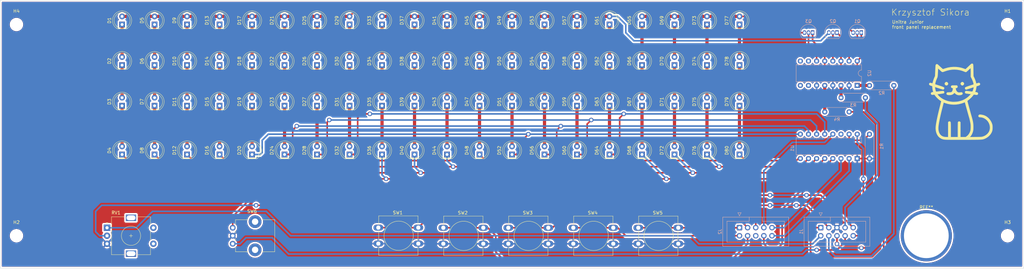
<source format=kicad_pcb>
(kicad_pcb (version 20211014) (generator pcbnew)
  (layers (0 "F.Cu" signal) (31 "B.Cu" signal) (34 "B.Paste" user) (35 "F.Paste" user) (36 "B.SilkS" user "B.Silkscreen") (37 "F.SilkS" user "F.Silkscreen") (38 "B.Mask" user) (39 "F.Mask" user) (44 "Edge.Cuts" user))
  (net 0 "")
  (net 1 "Net-(D1-Pad1)")
  (net 2 "Net-(D1-Pad2)")
  (net 3 "Net-(D2-Pad1)")
  (net 4 "Net-(D3-Pad1)")
  (net 5 "Net-(D36-Pad1)")
  (net 6 "Net-(D5-Pad1)")
  (net 7 "Net-(D6-Pad1)")
  (net 8 "Net-(D7-Pad1)")
  (net 9 "Net-(D40-Pad1)")
  (net 10 "Net-(D10-Pad2)")
  (net 11 "Net-(D10-Pad1)")
  (net 12 "Net-(D11-Pad1)")
  (net 13 "Net-(D12-Pad1)")
  (net 14 "Net-(D13-Pad1)")
  (net 15 "Net-(D14-Pad1)")
  (net 16 "Net-(D15-Pad1)")
  (net 17 "Net-(D16-Pad1)")
  (net 18 "Net-(D17-Pad1)")
  (net 19 "Net-(D18-Pad1)")
  (net 20 "Net-(D19-Pad1)")
  (net 21 "Net-(D20-Pad1)")
  (net 22 "Net-(D21-Pad1)")
  (net 23 "Net-(D22-Pad1)")
  (net 24 "Net-(D23-Pad1)")
  (net 25 "Net-(D24-Pad1)")
  (net 26 "Net-(D25-Pad1)")
  (net 27 "Net-(D26-Pad1)")
  (net 28 "Net-(D27-Pad1)")
  (net 29 "Net-(D28-Pad1)")
  (net 30 "Net-(D29-Pad1)")
  (net 31 "Net-(D30-Pad1)")
  (net 32 "Net-(D31-Pad1)")
  (net 33 "Net-(D32-Pad1)")
  (net 34 "Net-(D33-Pad1)")
  (net 35 "Net-(D33-Pad2)")
  (net 36 "Net-(D34-Pad1)")
  (net 37 "Net-(D35-Pad1)")
  (net 38 "Net-(D37-Pad1)")
  (net 39 "Net-(D38-Pad1)")
  (net 40 "Net-(D39-Pad1)")
  (net 41 "Net-(D41-Pad1)")
  (net 42 "Net-(D42-Pad1)")
  (net 43 "Net-(D43-Pad1)")
  (net 44 "Net-(D45-Pad1)")
  (net 45 "Net-(D46-Pad1)")
  (net 46 "Net-(D47-Pad1)")
  (net 47 "Net-(D49-Pad1)")
  (net 48 "Net-(D50-Pad1)")
  (net 49 "Net-(D51-Pad1)")
  (net 50 "Net-(D53-Pad1)")
  (net 51 "Net-(D54-Pad1)")
  (net 52 "Net-(D55-Pad1)")
  (net 53 "Net-(D57-Pad1)")
  (net 54 "Net-(D58-Pad1)")
  (net 55 "Net-(D59-Pad1)")
  (net 56 "Net-(D61-Pad1)")
  (net 57 "Net-(D62-Pad1)")
  (net 58 "Net-(D63-Pad1)")
  (net 59 "Net-(D65-Pad1)")
  (net 60 "Net-(D65-Pad2)")
  (net 61 "Net-(D66-Pad1)")
  (net 62 "Net-(D67-Pad1)")
  (net 63 "Net-(D69-Pad1)")
  (net 64 "Net-(D70-Pad1)")
  (net 65 "Net-(D71-Pad1)")
  (net 66 "Net-(D73-Pad1)")
  (net 67 "Net-(D74-Pad1)")
  (net 68 "Net-(D75-Pad1)")
  (net 69 "Net-(D77-Pad1)")
  (net 70 "Net-(D78-Pad1)")
  (net 71 "Net-(D79-Pad1)")
  (net 72 "+9V")
  (net 73 "AUDIO_L")
  (net 74 "AUDIO_AMP")
  (net 75 "transistor0")
  (net 76 "GND")
  (net 77 "transistor2")
  (net 78 "transistor1")
  (net 79 "encoderB")
  (net 80 "encoderA")
  (net 81 "+5V")
  (net 82 "switch4")
  (net 83 "switch3")
  (net 84 "switch2")
  (net 85 "switch1")
  (net 86 "switch0")
  (net 88 "OE(ED2)")
  (net 89 "LE(ED1)")
  (net 90 "CLK")
  (net 91 "SDI")
  (net 92 "Net-(Q1-Pad2)")
  (net 93 "Net-(Q2-Pad2)")
  (net 94 "Net-(Q3-Pad2)")
  (net 95 "Net-(R1-Pad1)")
  (net 96 "Net-(R2-Pad1)")
  (net 97 "Net-(R3-Pad1)")
  (net 98 "Net-(R4-Pad1)")
  (footprint "LED_THT:LED_D5.0mm" (layer "F.Cu") (at 149.86 116.84 90)
    (fp_text reference "D30")
    (fp_text value "LED")
  )
  (footprint "LED_THT:LED_D5.0mm" (layer "F.Cu") (at 210.82 129.54 90)
    (fp_text reference "D55")
    (fp_text value "LED")
  )
  (footprint "LED_THT:LED_D5.0mm" (layer "F.Cu") (at 241.3 104.14 90)
    (fp_text reference "D65")
    (fp_text value "LED")
  )
  (footprint "LED_THT:LED_D5.0mm" (layer "F.Cu") (at 190.5 129.54 90)
    (fp_text reference "D47")
    (fp_text value "LED")
  )
  (footprint "LED_THT:LED_D5.0mm" (layer "F.Cu") (at 78.74 116.84 90)
    (fp_text reference "D2")
    (fp_text value "LED")
  )
  (footprint "LED_THT:LED_D5.0mm" (layer "F.Cu") (at 149.86 129.54 90)
    (fp_text reference "D31")
    (fp_text value "LED")
  )
  (footprint "LED_THT:LED_D5.0mm" (layer "F.Cu") (at 210.82 104.14 90)
    (fp_text reference "D53")
    (fp_text value "LED")
  )
  (footprint "LED_THT:LED_D5.0mm" (layer "F.Cu") (at 180.34 144.78 90)
    (fp_text reference "D44")
    (fp_text value "LED")
  )
  (footprint "MountingHole:MountingHole_3.2mm_M3" (layer "F.Cu") (at 45.72 104.14)
    (fp_text reference "H4")
    (fp_text value "MountingHole")
  )
  (footprint "LED_THT:LED_D5.0mm" (layer "F.Cu") (at 109.22 104.14 90)
    (fp_text reference "D13")
    (fp_text value "LED")
  )
  (footprint "Button_Switch_THT:SW_PUSH-12mm" (layer "F.Cu") (at 158.86 167.64)
    (fp_text reference "SW1")
    (fp_text value "SW_MEC_5G")
  )
  (footprint "LOGO" (layer "F.Cu") (at 340.995 128.27)
    (fp_text reference "G***" hide)
    (fp_text value "LOGO" hide)
  )
  (footprint "LED_THT:LED_D5.0mm" (layer "F.Cu") (at 88.9 144.78 90)
    (fp_text reference "D8")
    (fp_text value "LED")
  )
  (footprint "LED_THT:LED_D5.0mm" (layer "F.Cu") (at 180.34 116.84 90)
    (fp_text reference "D42")
    (fp_text value "LED")
  )
  (footprint "LED_THT:LED_D5.0mm" (layer "F.Cu") (at 160.02 129.54 90)
    (fp_text reference "D35")
    (fp_text value "LED")
  )
  (footprint "LED_THT:LED_D5.0mm" (layer "F.Cu") (at 160.02 116.84 90)
    (fp_text reference "D34")
    (fp_text value "LED")
  )
  (footprint "LED_THT:LED_D5.0mm" (layer "F.Cu") (at 200.66 129.54 90)
    (fp_text reference "D51")
    (fp_text value "LED")
  )
  (footprint "LED_THT:LED_D5.0mm" (layer "F.Cu") (at 190.5 104.14 90)
    (fp_text reference "D45")
    (fp_text value "LED")
  )
  (footprint "MountingHole:MountingHole_3.2mm_M3" (layer "F.Cu") (at 45.72 170.18)
    (fp_text reference "H2")
    (fp_text value "MountingHole")
  )
  (footprint "MountingHole:MountingHole_6mm" (layer "F.Cu") (at 330.2 170.18)
    (fp_text reference "REF**")
    (fp_text value "MountingHole_6mm")
  )
  (footprint "LED_THT:LED_D5.0mm" (layer "F.Cu") (at 251.46 104.14 90)
    (fp_text reference "D69")
    (fp_text value "LED")
  )
  (footprint "Button_Switch_THT:SW_PUSH-12mm" (layer "F.Cu") (at 219.82 167.68)
    (fp_text reference "SW4")
    (fp_text value "SW_MEC_5G")
  )
  (footprint "LED_THT:LED_D5.0mm" (layer "F.Cu") (at 119.38 129.54 90)
    (fp_text reference "D19")
    (fp_text value "LED")
  )
  (footprint "LED_THT:LED_D5.0mm" (layer "F.Cu") (at 78.74 129.54 90)
    (fp_text reference "D3")
    (fp_text value "LED")
  )
  (footprint "LED_THT:LED_D5.0mm" (layer "F.Cu") (at 78.74 104.14 90)
    (fp_text reference "D1")
    (fp_text value "LED")
  )
  (footprint "LED_THT:LED_D5.0mm" (layer "F.Cu") (at 220.98 129.54 90)
    (fp_text reference "D59")
    (fp_text value "LED")
  )
  (footprint "LED_THT:LED_D5.0mm" (layer "F.Cu") (at 210.82 116.84 90)
    (fp_text reference "D54")
    (fp_text value "LED")
  )
  (footprint "LED_THT:LED_D5.0mm" (layer "F.Cu") (at 139.7 116.84 90)
    (fp_text reference "D26")
    (fp_text value "LED")
  )
  (footprint "LED_THT:LED_D5.0mm" (layer "F.Cu") (at 190.5 144.78 90)
    (fp_text reference "D48")
    (fp_text value "LED")
  )
  (footprint "MountingHole:MountingHole_3.2mm_M3" (layer "F.Cu") (at 355.6 104.14)
    (fp_text reference "H1")
    (fp_text value "MountingHole")
  )
  (footprint "LED_THT:LED_D5.0mm" (layer "F.Cu") (at 119.38 104.14 90)
    (fp_text reference "D17")
    (fp_text value "LED")
  )
  (footprint "LED_THT:LED_D5.0mm" (layer "F.Cu") (at 170.18 116.84 90)
    (fp_text reference "D38")
    (fp_text value "LED")
  )
  (footprint "LED_THT:LED_D5.0mm" (layer "F.Cu") (at 261.62 144.78 90)
    (fp_text reference "D76")
    (fp_text value "LED")
  )
  (footprint "LED_THT:LED_D5.0mm" (layer "F.Cu") (at 180.34 129.54 90)
    (fp_text reference "D43")
    (fp_text value "LED")
  )
  (footprint "LED_THT:LED_D5.0mm" (layer "F.Cu") (at 271.78 116.84 90)
    (fp_text reference "D78")
    (fp_text value "LED")
  )
  (footprint "LED_THT:LED_D5.0mm" (layer "F.Cu") (at 109.22 129.54 90)
    (fp_text reference "D15")
    (fp_text value "LED")
  )
  (footprint "LED_THT:LED_D5.0mm" (layer "F.Cu") (at 88.9 116.84 90)
    (fp_text reference "D6")
    (fp_text value "LED")
  )
  (footprint "LED_THT:LED_D5.0mm" (layer "F.Cu") (at 119.38 116.84 90)
    (fp_text reference "D18")
    (fp_text value "LED")
  )
  (footprint "LED_THT:LED_D5.0mm" (layer "F.Cu") (at 109.22 116.84 90)
    (fp_text reference "D14")
    (fp_text value "LED")
  )
  (footprint "LED_THT:LED_D5.0mm" (layer "F.Cu") (at 231.14 104.14 90)
    (fp_text reference "D61")
    (fp_text value "LED")
  )
  (footprint "MountingHole:MountingHole_3.2mm_M3" (layer "F.Cu") (at 355.6 170.18)
    (fp_text reference "H3")
    (fp_text value "MountingHole")
  )
  (footprint "LED_THT:LED_D5.0mm" (layer "F.Cu") (at 200.66 104.14 90)
    (fp_text reference "D49")
    (fp_text value "LED")
  )
  (footprint "LED_THT:LED_D5.0mm" (layer "F.Cu") (at 129.54 129.54 90)
    (fp_text reference "D23")
    (fp_text value "LED")
  )
  (footprint "LED_THT:LED_D5.0mm" (layer "F.Cu") (at 149.86 144.78 90)
    (fp_text reference "D32")
    (fp_text value "LED")
  )
  (footprint "LED_THT:LED_D5.0mm" (layer "F.Cu") (at 241.3 144.78 90)
    (fp_text reference "D68")
    (fp_text value "LED")
  )
  (footprint "LED_THT:LED_D5.0mm" (layer "F.Cu") (at 220.98 104.14 90)
    (fp_text reference "D57")
    (fp_text value "LED")
  )
  (footprint "LED_THT:LED_D5.0mm" (layer "F.Cu") (at 241.3 116.84 90)
    (fp_text reference "D66")
    (fp_text value "LED")
  )
  (footprint "LED_THT:LED_D5.0mm" (layer "F.Cu") (at 129.54 104.14 90)
    (fp_text reference "D21")
    (fp_text value "LED")
  )
  (footprint "LED_THT:LED_D5.0mm" (layer "F.Cu") (at 261.62 116.84 90)
    (fp_text reference "D74")
    (fp_text value "LED")
  )
  (footprint "LED_THT:LED_D5.0mm" (layer "F.Cu") (at 99.06 104.14 90)
    (fp_text reference "D9")
    (fp_text value "LED")
  )
  (footprint "LED_THT:LED_D5.0mm" (layer "F.Cu") (at 99.06 144.78 90)
    (fp_text reference "D12")
    (fp_text value "LED")
  )
  (footprint "LED_THT:LED_D5.0mm" (layer "F.Cu") (at 78.74 144.78 90)
    (fp_text reference "D4")
    (fp_text value "LED")
  )
  (footprint "LED_THT:LED_D5.0mm" (layer "F.Cu") (at 119.38 144.78 90)
    (fp_text reference "D20")
    (fp_text value "LED")
  )
  (footprint "Potentiometer_THT:Potentiometer_Alps_RK09K_Single_Vertical" (layer "F.Cu") (at 113.33 172.68)
    (fp_text reference "SW6")
    (fp_text value "RotaryEncoder")
  )
  (footprint "LED_THT:LED_D5.0mm" (layer "F.Cu") (at 149.86 104.14 90)
    (fp_text reference "D29")
    (fp_text value "LED")
  )
  (footprint "LED_THT:LED_D5.0mm" (layer "F.Cu") (at 271.78 104.14 90)
    (fp_text reference "D77")
    (fp_text value "LED")
  )
  (footprint "LED_THT:LED_D5.0mm" (layer "F.Cu") (at 129.54 116.84 90)
    (fp_text reference "D22")
    (fp_text value "LED")
  )
  (footprint "LED_THT:LED_D5.0mm" (layer "F.Cu") (at 271.78 144.78 90)
    (fp_text reference "D80")
    (fp_text value "LED")
  )
  (footprint "LED_THT:LED_D5.0mm" (layer "F.Cu") (at 220.98 144.78 90)
    (fp_text reference "D60")
    (fp_text value "LED")
  )
  (footprint "Button_Switch_THT:SW_PUSH-12mm" (layer "F.Cu") (at 240.14 167.68)
    (fp_text reference "SW5")
    (fp_text value "SW_MEC_5G")
  )
  (footprint "Button_Switch_THT:SW_PUSH-12mm" (layer "F.Cu") (at 179.18 167.68)
    (fp_text reference "SW2")
    (fp_text value "SW_MEC_5G")
  )
  (footprint "LED_THT:LED_D5.0mm" (layer "F.Cu") (at 261.62 129.54 90)
    (fp_text reference "D75")
    (fp_text value "LED")
  )
  (footprint "LED_THT:LED_D5.0mm" (layer "F.Cu") (at 170.18 144.78 90)
    (fp_text reference "D40")
    (fp_text value "LED")
  )
  (footprint "LED_THT:LED_D5.0mm" (layer "F.Cu") (at 180.34 104.14 90)
    (fp_text reference "D41")
    (fp_text value "LED")
  )
  (footprint "LED_THT:LED_D5.0mm" (layer "F.Cu") (at 160.02 144.78 90)
    (fp_text reference "D36")
    (fp_text value "LED")
  )
  (footprint "LED_THT:LED_D5.0mm" (layer "F.Cu") (at 261.62 104.14 90)
    (fp_text reference "D73")
    (fp_text value "LED")
  )
  (footprint "LED_THT:LED_D5.0mm" (layer "F.Cu") (at 231.14 116.84 90)
    (fp_text reference "D62")
    (fp_text value "LED")
  )
  (footprint "LED_THT:LED_D5.0mm" (layer "F.Cu") (at 139.7 129.54 90)
    (fp_text reference "D27")
    (fp_text value "LED")
  )
  (footprint "LED_THT:LED_D5.0mm" (layer "F.Cu") (at 200.66 144.78 90)
    (fp_text reference "D52")
    (fp_text value "LED")
  )
  (footprint "LED_THT:LED_D5.0mm" (layer "F.Cu") (at 231.14 129.54 90)
    (fp_text reference "D63")
    (fp_text value "LED")
  )
  (footprint "LED_THT:LED_D5.0mm" (layer "F.Cu") (at 139.7 104.14 90)
    (fp_text reference "D25")
    (fp_text value "LED")
  )
  (footprint "LED_THT:LED_D5.0mm" (layer "F.Cu") (at 139.7 144.78 90)
    (fp_text reference "D28")
    (fp_text value "LED")
  )
  (footprint "LED_THT:LED_D5.0mm" (layer "F.Cu") (at 88.9 129.54 90)
    (fp_text reference "D7")
    (fp_text value "LED")
  )
  (footprint "LED_THT:LED_D5.0mm" (layer "F.Cu") (at 190.5 116.84 90)
    (fp_text reference "D46")
    (fp_text value "LED")
  )
  (footprint "Rotary_Encoder:RotaryEncoder_Alps_EC11E-Switch_Vertical_H20mm" (layer "F.Cu") (at 74.03 167.68)
    (fp_text reference "RV1")
    (fp_text value "R_Potentiometer")
  )
  (footprint "LED_THT:LED_D5.0mm" (layer "F.Cu") (at 99.06 116.84 90)
    (fp_text reference "D10")
    (fp_text value "LED")
  )
  (footprint "Button_Switch_THT:SW_PUSH-12mm" (layer "F.Cu") (at 199.5 167.68)
    (fp_text reference "SW3")
    (fp_text value "SW_MEC_5G")
  )
  (footprint "LED_THT:LED_D5.0mm" (layer "F.Cu") (at 170.18 129.54 90)
    (fp_text reference "D39")
    (fp_text value "LED")
  )
  (footprint "LED_THT:LED_D5.0mm" (layer "F.Cu") (at 99.06 129.54 90)
    (fp_text reference "D11")
    (fp_text value "LED")
  )
  (footprint "LED_THT:LED_D5.0mm" (layer "F.Cu") (at 88.9 104.14 90)
    (fp_text reference "D5")
    (fp_text value "LED")
  )
  (footprint "LED_THT:LED_D5.0mm" (layer "F.Cu") (at 251.46 144.78 90)
    (fp_text reference "D72")
    (fp_text value "LED")
  )
  (footprint "LED_THT:LED_D5.0mm" (layer "F.Cu") (at 160.02 104.14 90)
    (fp_text reference "D33")
    (fp_text value "LED")
  )
  (footprint "LED_THT:LED_D5.0mm" (layer "F.Cu") (at 241.3 129.54 90)
    (fp_text reference "D67")
    (fp_text value "LED")
  )
  (footprint "LED_THT:LED_D5.0mm" (layer "F.Cu") (at 251.46 129.54 90)
    (fp_text reference "D71")
    (fp_text value "LED")
  )
  (footprint "LED_THT:LED_D5.0mm" (layer "F.Cu") (at 251.46 116.84 90)
    (fp_text reference "D70")
    (fp_text value "LED")
  )
  (footprint "LED_THT:LED_D5.0mm" (layer "F.Cu") (at 170.18 104.14 90)
    (fp_text reference "D37")
    (fp_text value "LED")
  )
  (footprint "LED_THT:LED_D5.0mm" (layer "F.Cu") (at 109.22 144.78 90)
    (fp_text reference "D16")
    (fp_text value "LED")
  )
  (footprint "LED_THT:LED_D5.0mm" (layer "F.Cu") (at 271.78 129.54 90)
    (fp_text reference "D79")
    (fp_text value "LED")
  )
  (footprint "LED_THT:LED_D5.0mm" (layer "F.Cu") (at 210.82 144.78 90)
    (fp_text reference "D56")
    (fp_text value "LED")
  )
  (footprint "LED_THT:LED_D5.0mm" (layer "F.Cu") (at 220.98 116.84 90)
    (fp_text reference "D58")
    (fp_text value "LED")
  )
  (footprint "LED_THT:LED_D5.0mm" (layer "F.Cu") (at 231.14 144.78 90)
    (fp_text reference "D64")
    (fp_text value "LED")
  )
  (footprint "LED_THT:LED_D5.0mm" (layer "F.Cu") (at 129.54 144.78 90)
    (fp_text reference "D24")
    (fp_text value "LED")
  )
  (footprint "LED_THT:LED_D5.0mm" (layer "F.Cu") (at 200.66 116.84 90)
    (fp_text reference "D50")
    (fp_text value "LED")
  )
  (footprint "Resistor_THT:R_Axial_DIN0207_L6.3mm_D2.5mm_P7.62mm_Horizontal" (layer "B.Cu") (at 312.42 138.43 -90)
    (fp_text reference "R1")
    (fp_text value "1.5k")
  )
  (footprint "Resistor_THT:R_Axial_DIN0207_L6.3mm_D2.5mm_P7.62mm_Horizontal" (layer "B.Cu") (at 312.42 123.19)
    (fp_text reference "R2")
    (fp_text value "1k")
  )
  (footprint "Connector_IDC:IDC-Header_2x05_P2.54mm_Vertical" (layer "B.Cu") (at 271.78 167.64 -90)
    (fp_text reference "J2")
    (fp_text value "Conn_02x05_Counter_Clockwise")
  )
  (footprint "Package_TO_SOT_THT:TO-92_Inline" (layer "B.Cu") (at 302.26 106.68 180)
    (fp_text reference "Q2")
    (fp_text value "BC547")
  )
  (footprint "Package_TO_SOT_THT:TO-92_Inline" (layer "B.Cu") (at 294.64 106.68 180)
    (fp_text reference "Q3")
    (fp_text value "BC547")
  )
  (footprint "Resistor_THT:R_Axial_DIN0207_L6.3mm_D2.5mm_P7.62mm_Horizontal" (layer "B.Cu") (at 303.53 127)
    (fp_text reference "R3")
    (fp_text value "1k")
  )
  (footprint "Connector_IDC:IDC-Header_2x05_P2.54mm_Vertical" (layer "B.Cu") (at 297.18 167.64 -90)
    (fp_text reference "J1")
    (fp_text value "Conn_02x05_Counter_Clockwise")
  )
  (footprint "Resistor_THT:R_Axial_DIN0207_L6.3mm_D2.5mm_P7.62mm_Horizontal" (layer "B.Cu") (at 298.45 131.445)
    (fp_text reference "R4")
    (fp_text value "1k")
  )
  (footprint "Package_DIP:DIP-16_W7.62mm" (layer "B.Cu") (at 308.595 146.04 90)
    (fp_text reference "U1")
    (fp_text value "TLC5916IN")
  )
  (footprint "Package_TO_SOT_THT:TO-92_Inline" (layer "B.Cu") (at 309.88 106.68 180)
    (fp_text reference "Q1")
    (fp_text value "BC547")
  )
  (footprint "Package_DIP:DIP-16_W7.62mm" (layer "B.Cu") (at 308.595 123.18 90)
    (fp_text reference "U2")
    (fp_text value "LTV-847")
  )
  (gr_rect (start 40.64 96.52) (end 360.68 180.34) (layer "Edge.Cuts") (width 0.1) (fill none))
  (gr_text "Unitra Junior \nfront panel replacement" (at 319.405 104.14) (layer "F.SilkS") (effects (font (size 1 1)) (justify left)))
  (gr_text "Krzysztof Sikora" (at 331.47 100.33) (layer "F.SilkS") (effects (font (size 2 2))))
  (segment (start 78.74 104.14) (end 78.74 114.3) (width 1) (layer "F.Cu") (net 1))
  (segment (start 129.54 101.6) (end 119.38 101.6) (width 1) (layer "F.Cu") (net 2))
  (segment (start 307.34 106.68) (end 299.72 99.06) (width 0.5) (layer "F.Cu") (net 2))
  (segment (start 109.22 101.6) (end 119.38 101.6) (width 1) (layer "F.Cu") (net 2))
  (segment (start 109.22 101.6) (end 99.06 101.6) (width 1) (layer "F.Cu") (net 2))
  (segment (start 299.72 99.06) (end 152.4 99.06) (width 0.5) (layer "F.Cu") (net 2))
  (segment (start 88.9 101.6) (end 78.74 101.6) (width 1) (layer "F.Cu") (net 2))
  (segment (start 129.54 101.6) (end 139.7 101.6) (width 1) (layer "F.Cu") (net 2))
  (segment (start 99.06 101.6) (end 88.9 101.6) (width 1) (layer "F.Cu") (net 2))
  (segment (start 149.86 101.6) (end 139.7 101.6) (width 1) (layer "F.Cu") (net 2))
  (segment (start 152.4 99.06) (end 149.86 101.6) (width 0.5) (layer "F.Cu") (net 2))
  (segment (start 78.74 127) (end 78.74 116.84) (width 1) (layer "F.Cu") (net 3))
  (segment (start 78.74 142.24) (end 78.74 129.54) (width 1) (layer "F.Cu") (net 4))
  (segment (start 292.075 152.4) (end 248.92 152.4) (width 0.5) (layer "F.Cu") (net 5))
  (segment (start 298.435 146.04) (end 292.075 152.4) (width 0.5) (layer "F.Cu") (net 5))
  (segment (start 86.36 152.4) (end 78.74 144.78) (width 0.5) (layer "F.Cu") (net 5))
  (segment (start 161.29 152.4) (end 86.36 152.4) (width 0.5) (layer "F.Cu") (net 5))
  (segment (start 248.92 152.4) (end 161.29 152.4) (width 0.5) (layer "F.Cu") (net 5))
  (via (at 248.92 152.4) (size 1.4) (drill 0.8) (layers "F.Cu" "B.Cu") (net 5))
  (via (at 161.29 152.4) (size 1.4) (drill 0.8) (layers "F.Cu" "B.Cu") (net 5))
  (segment (start 160.02 144.78) (end 160.02 151.13) (width 0.5) (layer "B.Cu") (net 5))
  (segment (start 160.02 151.13) (end 161.29 152.4) (width 0.5) (layer "B.Cu") (net 5))
  (segment (start 241.3 144.78) (end 248.92 152.4) (width 0.5) (layer "B.Cu") (net 5))
  (segment (start 88.9 104.14) (end 88.9 114.3) (width 1) (layer "F.Cu") (net 6))
  (segment (start 88.9 127) (end 88.9 116.84) (width 1) (layer "F.Cu") (net 7))
  (segment (start 88.9 142.24) (end 88.9 129.54) (width 1) (layer "F.Cu") (net 8))
  (segment (start 172.085 150.495) (end 94.615 150.495) (width 0.5) (layer "F.Cu") (net 9))
  (segment (start 94.615 150.495) (end 88.9 144.78) (width 0.5) (layer "F.Cu") (net 9))
  (segment (start 291.44 150.495) (end 257.175 150.495) (width 0.5) (layer "F.Cu") (net 9))
  (segment (start 295.895 146.04) (end 291.44 150.495) (width 0.5) (layer "F.Cu") (net 9))
  (segment (start 257.175 150.495) (end 172.085 150.495) (width 0.5) (layer "F.Cu") (net 9))
  (via (at 172.085 150.495) (size 1.4) (drill 0.8) (layers "F.Cu" "B.Cu") (net 9))
  (via (at 257.175 150.495) (size 1.4) (drill 0.8) (layers "F.Cu" "B.Cu") (net 9))
  (segment (start 170.18 148.59) (end 172.085 150.495) (width 0.5) (layer "B.Cu") (net 9))
  (segment (start 170.18 144.78) (end 170.18 148.59) (width 0.5) (layer "B.Cu") (net 9))
  (segment (start 251.46 144.78) (end 257.175 150.495) (width 0.5) (layer "B.Cu") (net 9))
  (segment (start 99.06 104.14) (end 99.06 114.3) (width 1) (layer "F.Cu") (net 10))
  (segment (start 99.06 127) (end 99.06 116.84) (width 1) (layer "F.Cu") (net 11))
  (segment (start 99.06 142.24) (end 99.06 129.54) (width 1) (layer "F.Cu") (net 12))
  (segment (start 290.83 148.565) (end 290.83 148.59) (width 0.5) (layer "F.Cu") (net 13))
  (segment (start 293.355 146.04) (end 290.83 148.565) (width 0.5) (layer "F.Cu") (net 13))
  (segment (start 290.83 148.59) (end 265.43 148.59) (width 0.5) (layer "F.Cu") (net 13))
  (segment (start 182.245 148.59) (end 102.87 148.59) (width 0.5) (layer "F.Cu") (net 13))
  (segment (start 102.87 148.59) (end 99.06 144.78) (width 0.5) (layer "F.Cu") (net 13))
  (segment (start 265.43 148.59) (end 182.245 148.59) (width 0.5) (layer "F.Cu") (net 13))
  (via (at 182.245 148.59) (size 1.4) (drill 0.8) (layers "F.Cu" "B.Cu") (net 13))
  (via (at 265.43 148.59) (size 1.4) (drill 0.8) (layers "F.Cu" "B.Cu") (net 13))
  (segment (start 261.62 144.78) (end 265.43 148.59) (width 0.5) (layer "B.Cu") (net 13))
  (segment (start 180.34 146.685) (end 182.245 148.59) (width 0.5) (layer "B.Cu") (net 13))
  (segment (start 180.34 144.78) (end 180.34 146.685) (width 0.5) (layer "B.Cu") (net 13))
  (segment (start 109.22 114.3) (end 109.22 104.14) (width 1) (layer "F.Cu") (net 14))
  (segment (start 109.22 127) (end 109.22 116.84) (width 1) (layer "F.Cu") (net 15))
  (segment (start 109.22 142.24) (end 109.22 129.54) (width 1) (layer "F.Cu") (net 16))
  (segment (start 271.78 144.78) (end 273.685 146.685) (width 0.5) (layer "F.Cu") (net 17))
  (segment (start 111.125 146.685) (end 109.22 144.78) (width 0.5) (layer "F.Cu") (net 17))
  (segment (start 290.815 146.04) (end 290.205 146.04) (width 0.5) (layer "F.Cu") (net 17))
  (segment (start 190.5 144.78) (end 192.405 146.685) (width 0.5) (layer "F.Cu") (net 17))
  (segment (start 290.205 146.04) (end 289.56 146.685) (width 0.5) (layer "F.Cu") (net 17))
  (segment (start 192.405 146.685) (end 111.125 146.685) (width 0.5) (layer "F.Cu") (net 17))
  (segment (start 273.685 146.685) (end 192.405 146.685) (width 0.5) (layer "F.Cu") (net 17))
  (segment (start 289.56 146.685) (end 273.685 146.685) (width 0.5) (layer "F.Cu") (net 17))
  (segment (start 119.38 104.14) (end 119.38 114.3) (width 1) (layer "F.Cu") (net 18))
  (segment (start 119.38 127) (end 119.38 116.84) (width 1) (layer "F.Cu") (net 19))
  (segment (start 119.38 142.24) (end 119.38 129.54) (width 1) (layer "F.Cu") (net 20))
  (segment (start 201.93 144.78) (end 204.47 142.24) (width 0.5) (layer "F.Cu") (net 21))
  (segment (start 204.47 139.7) (end 205.75 138.42) (width 0.5) (layer "F.Cu") (net 21))
  (segment (start 204.47 142.24) (end 204.47 139.7) (width 0.5) (layer "F.Cu") (net 21))
  (segment (start 200.66 144.78) (end 201.93 144.78) (width 0.5) (layer "F.Cu") (net 21))
  (via (at 205.75 138.42) (size 1.4) (drill 0.8) (layers "F.Cu" "B.Cu") (net 21))
  (segment (start 290.815 138.42) (end 205.75 138.42) (width 0.5) (layer "B.Cu") (net 21))
  (segment (start 121.92 144.78) (end 122.555 144.145) (width 0.5) (layer "B.Cu") (net 21))
  (segment (start 205.75 138.42) (end 124.47 138.42) (width 0.5) (layer "B.Cu") (net 21))
  (segment (start 122.555 144.145) (end 122.555 140.335) (width 0.5) (layer "B.Cu") (net 21))
  (segment (start 122.555 140.335) (end 124.47 138.42) (width 0.5) (layer "B.Cu") (net 21))
  (segment (start 119.38 144.78) (end 121.92 144.78) (width 0.5) (layer "B.Cu") (net 21))
  (segment (start 129.54 104.14) (end 129.54 114.3) (width 1) (layer "F.Cu") (net 22))
  (segment (start 129.54 127) (end 129.54 116.84) (width 1) (layer "F.Cu") (net 23))
  (segment (start 129.54 142.24) (end 129.54 129.54) (width 1) (layer "F.Cu") (net 24))
  (segment (start 210.82 144.78) (end 212.725 144.78) (width 0.5) (layer "F.Cu") (net 25))
  (segment (start 132.08 137.16) (end 133.35 135.89) (width 0.5) (layer "F.Cu") (net 25))
  (segment (start 212.725 144.78) (end 214.63 142.875) (width 0.5) (layer "F.Cu") (net 25))
  (segment (start 214.63 142.875) (end 214.63 137.16) (width 0.5) (layer "F.Cu") (net 25))
  (segment (start 130.81 144.78) (end 132.08 143.51) (width 0.5) (layer "F.Cu") (net 25))
  (segment (start 132.08 143.51) (end 132.08 137.16) (width 0.5) (layer "F.Cu") (net 25))
  (segment (start 129.54 144.78) (end 130.81 144.78) (width 0.5) (layer "F.Cu") (net 25))
  (segment (start 214.63 137.16) (end 215.9 135.89) (width 0.5) (layer "F.Cu") (net 25))
  (via (at 215.9 135.89) (size 1.4) (drill 0.8) (layers "F.Cu" "B.Cu") (net 25))
  (via (at 133.35 135.89) (size 1.4) (drill 0.8) (layers "F.Cu" "B.Cu") (net 25))
  (segment (start 293.355 138.42) (end 293.355 137.175) (width 0.5) (layer "B.Cu") (net 25))
  (segment (start 293.37 137.16) (end 292.1 135.89) (width 0.5) (layer "B.Cu") (net 25))
  (segment (start 292.1 135.89) (end 215.9 135.89) (width 0.5) (layer "B.Cu") (net 25))
  (segment (start 215.9 135.89) (end 133.35 135.89) (width 0.5) (layer "B.Cu") (net 25))
  (segment (start 293.355 137.175) (end 293.37 137.16) (width 0.5) (layer "B.Cu") (net 25))
  (segment (start 139.7 104.14) (end 139.7 114.3) (width 1) (layer "F.Cu") (net 26))
  (segment (start 139.7 127) (end 139.7 116.84) (width 1) (layer "F.Cu") (net 27))
  (segment (start 139.7 142.24) (end 139.7 129.54) (width 1) (layer "F.Cu") (net 28))
  (segment (start 224.155 143.51) (end 224.155 135.255) (width 0.5) (layer "F.Cu") (net 29))
  (segment (start 139.7 144.78) (end 141.605 144.78) (width 0.5) (layer "F.Cu") (net 29))
  (segment (start 142.875 143.51) (end 142.875 134.62) (width 0.5) (layer "F.Cu") (net 29))
  (segment (start 220.98 144.78) (end 222.885 144.78) (width 0.5) (layer "F.Cu") (net 29))
  (segment (start 222.885 144.78) (end 224.155 143.51) (width 0.5) (layer "F.Cu") (net 29))
  (segment (start 141.605 144.78) (end 142.875 143.51) (width 0.5) (layer "F.Cu") (net 29))
  (segment (start 142.875 134.62) (end 143.51 133.985) (width 0.5) (layer "F.Cu") (net 29))
  (segment (start 224.155 135.255) (end 225.425 133.985) (width 0.5) (layer "F.Cu") (net 29))
  (via (at 225.425 133.985) (size 1.4) (drill 0.8) (layers "F.Cu" "B.Cu") (net 29))
  (via (at 143.51 133.985) (size 1.4) (drill 0.8) (layers "F.Cu" "B.Cu") (net 29))
  (segment (start 295.895 138.42) (end 295.895 135.875) (width 0.5) (layer "B.Cu") (net 29))
  (segment (start 294.005 133.985) (end 225.425 133.985) (width 0.5) (layer "B.Cu") (net 29))
  (segment (start 225.425 133.985) (end 143.51 133.985) (width 0.5) (layer "B.Cu") (net 29))
  (segment (start 295.895 135.875) (end 294.005 133.985) (width 0.5) (layer "B.Cu") (net 29))
  (segment (start 149.86 104.14) (end 149.86 114.3) (width 1) (layer "F.Cu") (net 30))
  (segment (start 149.86 127) (end 149.86 116.84) (width 1) (layer "F.Cu") (net 31))
  (segment (start 149.86 142.24) (end 149.86 129.54) (width 1) (layer "F.Cu") (net 32))
  (segment (start 152.4 133.35) (end 153.67 132.08) (width 0.5) (layer "F.Cu") (net 33))
  (segment (start 151.13 144.78) (end 152.4 143.51) (width 0.5) (layer "F.Cu") (net 33))
  (segment (start 231.14 144.78) (end 232.41 144.78) (width 0.5) (layer "F.Cu") (net 33))
  (segment (start 153.67 132.08) (end 156.21 132.08) (width 0.5) (layer "F.Cu") (net 33))
  (segment (start 152.4 143.51) (end 152.4 133.35) (width 0.5) (layer "F.Cu") (net 33))
  (segment (start 234.315 133.35) (end 235.585 132.08) (width 0.5) (layer "F.Cu") (net 33))
  (segment (start 234.315 142.875) (end 234.315 133.35) (width 0.5) (layer "F.Cu") (net 33))
  (segment (start 232.41 144.78) (end 234.315 142.875) (width 0.5) (layer "F.Cu") (net 33))
  (segment (start 149.86 144.78) (end 151.13 144.78) (width 0.5) (layer "F.Cu") (net 33))
  (via (at 235.585 132.08) (size 1.4) (drill 0.8) (layers "F.Cu" "B.Cu") (net 33))
  (via (at 156.21 132.08) (size 1.4) (drill 0.8) (layers "F.Cu" "B.Cu") (net 33))
  (segment (start 298.45 134.62) (end 295.91 132.08) (width 0.5) (layer "B.Cu") (net 33))
  (segment (start 234.95 132.08) (end 156.21 132.08) (width 0.5) (layer "B.Cu") (net 33))
  (segment (start 298.435 138.42) (end 298.435 134.635) (width 0.5) (layer "B.Cu") (net 33))
  (segment (start 295.91 132.08) (end 235.585 132.08) (width 0.5) (layer "B.Cu") (net 33))
  (segment (start 235.585 132.08) (end 234.95 132.08) (width 0.5) (layer "B.Cu") (net 33))
  (segment (start 298.435 134.635) (end 298.45 134.62) (width 0.5) (layer "B.Cu") (net 33))
  (segment (start 160.02 104.14) (end 160.02 114.3) (width 1) (layer "F.Cu") (net 34))
  (segment (start 190.5 101.6) (end 180.34 101.6) (width 1) (layer "F.Cu") (net 35))
  (segment (start 200.66 101.6) (end 190.5 101.6) (width 1) (layer "F.Cu") (net 35))
  (segment (start 231.14 101.6) (end 220.98 101.6) (width 1) (layer "F.Cu") (net 35))
  (segment (start 160.02 101.6) (end 170.18 101.6) (width 1) (layer "F.Cu") (net 35))
  (segment (start 210.82 101.6) (end 200.66 101.6) (width 1) (layer "F.Cu") (net 35))
  (segment (start 220.98 101.6) (end 210.82 101.6) (width 1) (layer "F.Cu") (net 35))
  (segment (start 180.34 101.6) (end 170.18 101.6) (width 1) (layer "F.Cu") (net 35))
  (segment (start 238.76 109.22) (end 236.22 106.68) (width 0.5) (layer "B.Cu") (net 35))
  (segment (start 233.68 101.6) (end 231.14 101.6) (width 0.5) (layer "B.Cu") (net 35))
  (segment (start 297.18 109.22) (end 238.76 109.22) (width 0.5) (layer "B.Cu") (net 35))
  (segment (start 236.22 104.14) (end 233.68 101.6) (width 0.5) (layer "B.Cu") (net 35))
  (segment (start 236.22 106.68) (end 236.22 104.14) (width 0.5) (layer "B.Cu") (net 35))
  (segment (start 299.72 106.68) (end 297.18 109.22) (width 0.5) (layer "B.Cu") (net 35))
  (segment (start 160.02 127) (end 160.02 116.84) (width 1) (layer "F.Cu") (net 36))
  (segment (start 160.02 142.24) (end 160.02 129.54) (width 1) (layer "F.Cu") (net 37))
  (segment (start 170.18 104.14) (end 170.18 114.3) (width 1) (layer "F.Cu") (net 38))
  (segment (start 170.18 127) (end 170.18 116.84) (width 1) (layer "F.Cu") (net 39))
  (segment (start 170.18 142.24) (end 170.18 129.54) (width 1) (layer "F.Cu") (net 40))
  (segment (start 180.34 104.14) (end 180.34 114.3) (width 1) (layer "F.Cu") (net 41))
  (segment (start 180.34 127) (end 180.34 116.84) (width 1) (layer "F.Cu") (net 42))
  (segment (start 180.34 142.24) (end 180.34 129.54) (width 1) (layer "F.Cu") (net 43))
  (segment (start 190.5 104.14) (end 190.5 114.3) (width 1) (layer "F.Cu") (net 44))
  (segment (start 190.5 116.84) (end 190.5 127) (width 1) (layer "F.Cu") (net 45))
  (segment (start 190.5 142.24) (end 190.5 129.54) (width 1) (layer "F.Cu") (net 46))
  (segment (start 200.66 104.14) (end 200.66 114.3) (width 1) (layer "F.Cu") (net 47))
  (segment (start 200.66 127) (end 200.66 116.84) (width 1) (layer "F.Cu") (net 48))
  (segment (start 200.66 142.24) (end 200.66 129.54) (width 1) (layer "F.Cu") (net 49))
  (segment (start 210.82 104.14) (end 210.82 114.3) (width 1) (layer "F.Cu") (net 50))
  (segment (start 210.82 127) (end 210.82 116.84) (width 1) (layer "F.Cu") (net 51))
  (segment (start 210.82 142.24) (end 210.82 129.54) (width 1) (layer "F.Cu") (net 52))
  (segment (start 220.98 104.14) (end 220.98 114.3) (width 1) (layer "F.Cu") (net 53))
  (segment (start 220.98 127) (end 220.98 116.84) (width 1) (layer "F.Cu") (net 54))
  (segment (start 220.98 142.24) (end 220.98 129.54) (width 1) (layer "F.Cu") (net 55))
  (segment (start 231.14 104.14) (end 231.14 114.3) (width 1) (layer "F.Cu") (net 56))
  (segment (start 231.14 127) (end 231.14 116.84) (width 1) (layer "F.Cu") (net 57))
  (segment (start 231.14 142.24) (end 231.14 129.54) (width 1) (layer "F.Cu") (net 58))
  (segment (start 241.3 104.14) (end 241.3 114.3) (width 1) (layer "F.Cu") (net 59))
  (segment (start 292.1 106.68) (end 284.48 106.68) (width 0.5) (layer "F.Cu") (net 60))
  (segment (start 279.4 101.6) (end 271.78 101.6) (width 0.5) (layer "F.Cu") (net 60))
  (segment (start 284.48 106.68) (end 279.4 101.6) (width 0.5) (layer "F.Cu") (net 60))
  (segment (start 251.46 101.6) (end 261.62 101.6) (width 1) (layer "F.Cu") (net 60))
  (segment (start 271.78 101.6) (end 261.62 101.6) (width 1) (layer "F.Cu") (net 60))
  (segment (start 241.3 101.6) (end 251.46 101.6) (width 1) (layer "F.Cu") (net 60))
  (segment (start 241.3 127) (end 241.3 116.84) (width 1) (layer "F.Cu") (net 61))
  (segment (start 241.3 142.24) (end 241.3 129.54) (width 1) (layer "F.Cu") (net 62))
  (segment (start 251.46 104.14) (end 251.46 114.3) (width 1) (layer "F.Cu") (net 63))
  (segment (start 251.46 127) (end 251.46 116.84) (width 1) (layer "F.Cu") (net 64))
  (segment (start 251.46 142.24) (end 251.46 129.54) (width 1) (layer "F.Cu") (net 65))
  (segment (start 261.62 104.14) (end 261.62 114.3) (width 1) (layer "F.Cu") (net 66))
  (segment (start 261.62 127) (end 261.62 116.84) (width 1) (layer "F.Cu") (net 67))
  (segment (start 261.62 142.24) (end 261.62 129.54) (width 1) (layer "F.Cu") (net 68))
  (segment (start 271.78 104.14) (end 271.78 114.3) (width 1) (layer "F.Cu") (net 69))
  (segment (start 271.78 116.84) (end 271.78 127) (width 1) (layer "F.Cu") (net 70))
  (segment (start 271.78 142.24) (end 271.78 129.54) (width 1) (layer "F.Cu") (net 71))
  (segment (start 294.64 106.68) (end 294.64 109.22) (width 0.5) (layer "F.Cu") (net 72))
  (segment (start 309.88 114.275) (end 308.595 115.56) (width 0.5) (layer "F.Cu") (net 72))
  (segment (start 316.865 174.625) (end 313.69 177.8) (width 0.5) (layer "F.Cu") (net 72))
  (segment (start 309.88 119.38) (end 313.055 119.38) (width 0.5) (layer "F.Cu") (net 72))
  (segment (start 309.88 119.38) (end 304.8 119.38) (width 0.5) (layer "F.Cu") (net 72))
  (segment (start 294.005 175.26) (end 294.005 168.91) (width 0.5) (layer "F.Cu") (net 72))
  (segment (start 294.005 168.91) (end 295.275 167.64) (width 0.5) (layer "F.Cu") (net 72))
  (segment (start 303.515 107.935) (end 302.26 106.68) (width 0.5) (layer "F.Cu") (net 72))
  (segment (start 313.69 177.8) (end 296.545 177.8) (width 0.5) (layer "F.Cu") (net 72))
  (segment (start 299.69 119.38) (end 298.435 118.125) (width 0.5) (layer "F.Cu") (net 72))
  (segment (start 295.275 167.64) (end 297.18 167.64) (width 0.5) (layer "F.Cu") (net 72))
  (segment (start 303.515 115.56) (end 303.515 107.935) (width 0.5) (layer "F.Cu") (net 72))
  (segment (start 303.515 115.56) (end 303.515 118.095) (width 0.5) (layer "F.Cu") (net 72))
  (segment (start 304.8 119.38) (end 299.69 119.38) (width 0.5) (layer "F.Cu") (net 72))
  (segment (start 294.64 109.22) (end 298.435 113.015) (width 0.5) (layer "F.Cu") (net 72))
  (segment (start 296.545 177.8) (end 294.005 175.26) (width 0.5) (layer "F.Cu") (net 72))
  (segment (start 309.88 106.68) (end 309.88 114.275) (width 0.5) (layer "F.Cu") (net 72))
  (segment (start 309.85 119.38) (end 309.88 119.38) (width 0.5) (layer "F.Cu") (net 72))
  (segment (start 308.595 118.125) (end 309.85 119.38) (width 0.5) (layer "F.Cu") (net 72))
  (segment (start 316.865 123.19) (end 316.865 174.625) (width 0.5) (layer "F.Cu") (net 72))
  (segment (start 308.595 115.56) (end 308.595 118.125) (width 0.5) (layer "F.Cu") (net 72))
  (segment (start 298.435 113.015) (end 298.435 115.56) (width 0.5) (layer "F.Cu") (net 72))
  (segment (start 303.515 118.095) (end 304.8 119.38) (width 0.5) (layer "F.Cu") (net 72))
  (segment (start 313.055 119.38) (end 316.865 123.19) (width 0.5) (layer "F.Cu") (net 72))
  (segment (start 298.435 118.125) (end 298.435 115.56) (width 0.5) (layer "F.Cu") (net 72))
  (segment (start 259.08 172.72) (end 256.54 170.18) (width 0.5) (layer "B.Cu") (net 73))
  (segment (start 256.54 170.18) (end 131.445 170.18) (width 0.5) (layer "B.Cu") (net 73))
  (segment (start 79.97 167.68) (end 74.03 167.68) (width 0.5) (layer "B.Cu") (net 73))
  (segment (start 123.825 162.56) (end 88.265 162.56) (width 0.5) (layer "B.Cu") (net 73))
  (segment (start 294.64 172.72) (end 259.08 172.72) (width 0.5) (layer "B.Cu") (net 73))
  (segment (start 131.445 170.18) (end 123.825 162.56) (width 0.5) (layer "B.Cu") (net 73))
  (segment (start 88.265 162.56) (end 83.185 167.64) (width 0.5) (layer "B.Cu") (net 73))
  (segment (start 80.01 167.64) (end 79.97 167.68) (width 0.5) (layer "B.Cu") (net 73))
  (segment (start 297.18 170.18) (end 294.64 172.72) (width 0.5) (layer "B.Cu") (net 73))
  (segment (start 83.185 167.64) (end 80.01 167.64) (width 0.5) (layer "B.Cu") (net 73))
  (segment (start 281.305 160.655) (end 120.65 160.655) (width 0.5) (layer "F.Cu") (net 74))
  (segment (start 289.56 160.655) (end 292.735 160.655) (width 0.5) (layer "F.Cu") (net 74))
  (segment (start 292.735 160.655) (end 299.72 167.64) (width 0.5) (layer "F.Cu") (net 74))
  (via (at 120.65 160.655) (size 1.4) (drill 0.8) (layers "F.Cu" "B.Cu") (net 74))
  (via (at 281.305 160.655) (size 1.4) (drill 0.8) (layers "F.Cu" "B.Cu") (net 74))
  (via (at 289.56 160.655) (size 1.4) (drill 0.8) (layers "F.Cu" "B.Cu") (net 74))
  (segment (start 70.485 168.91) (end 71.755 170.18) (width 0.5) (layer "B.Cu") (net 74))
  (segment (start 71.755 170.18) (end 74.03 170.18) (width 0.5) (layer "B.Cu") (net 74))
  (segment (start 72.39 160.655) (end 70.485 162.56) (width 0.5) (layer "B.Cu") (net 74))
  (segment (start 120.65 160.655) (end 72.39 160.655) (width 0.5) (layer "B.Cu") (net 74))
  (segment (start 289.56 160.655) (end 281.305 160.655) (width 0.5) (layer "B.Cu") (net 74))
  (segment (start 70.485 162.56) (end 70.485 168.91) (width 0.5) (layer "B.Cu") (net 74))
  (segment (start 320.04 123.19) (end 320.04 169.545) (width 0.5) (layer "B.Cu") (net 75))
  (segment (start 299.72 174.625) (end 299.72 170.18) (width 0.5) (layer "B.Cu") (net 75))
  (segment (start 313.055 176.53) (end 301.625 176.53) (width 0.5) (layer "B.Cu") (net 75))
  (segment (start 301.625 176.53) (end 299.72 174.625) (width 0.5) (layer "B.Cu") (net 75))
  (segment (start 320.04 169.545) (end 313.055 176.53) (width 0.5) (layer "B.Cu") (net 75))
  (segment (start 306.07 131.445) (end 310.515 131.445) (width 0.5) (layer "F.Cu") (net 77))
  (segment (start 313.055 173.99) (end 309.88 173.99) (width 0.5) (layer "F.Cu") (net 77))
  (segment (start 314.325 135.255) (end 314.325 172.72) (width 0.5) (layer "F.Cu") (net 77))
  (segment (start 302.26 170.18) (end 302.26 172.72) (width 0.5) (layer "F.Cu") (net 77))
  (segment (start 314.325 172.72) (end 313.055 173.99) (width 0.5) (layer "F.Cu") (net 77))
  (segment (start 310.515 131.445) (end 314.325 135.255) (width 0.5) (layer "F.Cu") (net 77))
  (via (at 309.88 173.99) (size 1.4) (drill 0.8) (layers "F.Cu" "B.Cu") (net 77))
  (via (at 302.26 172.72) (size 1.4) (drill 0.8) (layers "F.Cu" "B.Cu") (net 77))
  (segment (start 304.165 173.99) (end 309.88 173.99) (width 0.5) (layer "B.Cu") (net 77))
  (segment (start 302.26 172.72) (end 303.53 173.99) (width 0.5) (layer "B.Cu") (net 77))
  (segment (start 303.53 173.99) (end 304.165 173.99) (width 0.5) (layer "B.Cu") (net 77))
  (segment (start 304.8 161.29) (end 304.8 167.64) (width 0.5) (layer "B.Cu") (net 78))
  (segment (start 311.15 131.445) (end 314.96 135.255) (width 0.5) (layer "B.Cu") (net 78))
  (segment (start 311.15 127) (end 311.15 131.445) (width 0.5) (layer "B.Cu") (net 78))
  (segment (start 314.96 135.255) (end 314.96 151.13) (width 0.5) (layer "B.Cu") (net 78))
  (segment (start 314.96 151.13) (end 304.8 161.29) (width 0.5) (layer "B.Cu") (net 78))
  (segment (start 304.8 170.18) (end 304.8 172.085) (width 0.5) (layer "F.Cu") (net 79))
  (segment (start 302.895 173.99) (end 302.26 174.625) (width 0.5) (layer "F.Cu") (net 79))
  (segment (start 304.8 172.085) (end 302.895 173.99) (width 0.5) (layer "F.Cu") (net 79))
  (segment (start 302.26 174.625) (end 295.91 174.625) (width 0.5) (layer "F.Cu") (net 79))
  (via (at 295.91 174.625) (size 1.4) (drill 0.8) (layers "F.Cu" "B.Cu") (net 79))
  (segment (start 291.465 175.895) (end 130.81 175.895) (width 0.5) (layer "B.Cu") (net 79))
  (segment (start 115.53 172.68) (end 113.33 172.68) (width 0.5) (layer "B.Cu") (net 79))
  (segment (start 125.73 170.815) (end 117.475 170.815) (width 0.5) (layer "B.Cu") (net 79))
  (segment (start 292.735 174.625) (end 291.465 175.895) (width 0.5) (layer "B.Cu") (net 79))
  (segment (start 115.57 172.72) (end 115.53 172.68) (width 0.5) (layer "B.Cu") (net 79))
  (segment (start 117.475 170.815) (end 115.57 172.72) (width 0.5) (layer "B.Cu") (net 79))
  (segment (start 130.81 175.895) (end 125.73 170.815) (width 0.5) (layer "B.Cu") (net 79))
  (segment (start 295.91 174.625) (end 292.735 174.625) (width 0.5) (layer "B.Cu") (net 79))
  (segment (start 113.33 167.68) (end 113.33 164.165) (width 0.5) (layer "F.Cu") (net 80))
  (segment (start 297.18 157.48) (end 307.34 167.64) (width 0.5) (layer "F.Cu") (net 80))
  (segment (start 281.305 157.48) (end 120.015 157.48) (width 0.5) (layer "F.Cu") (net 80))
  (segment (start 113.33 164.165) (end 120.015 157.48) (width 0.5) (layer "F.Cu") (net 80))
  (segment (start 292.735 157.48) (end 297.18 157.48) (width 0.5) (layer "F.Cu") (net 80))
  (via (at 281.305 157.48) (size 1.4) (drill 0.8) (layers "F.Cu" "B.Cu") (net 80))
  (via (at 292.735 157.48) (size 1.4) (drill 0.8) (layers "F.Cu" "B.Cu") (net 80))
  (segment (start 292.735 157.48) (end 281.305 157.48) (width 0.5) (layer "B.Cu") (net 80))
  (segment (start 310.515 169.545) (end 309.88 170.18) (width 0.5) (layer "F.Cu") (net 81))
  (segment (start 310.515 152.4) (end 310.515 169.545) (width 0.5) (layer "F.Cu") (net 81))
  (segment (start 309.88 170.18) (end 307.34 170.18) (width 0.5) (layer "F.Cu") (net 81))
  (via (at 310.515 152.4) (size 1.4) (drill 0.8) (layers "F.Cu" "B.Cu") (net 81))
  (segment (start 308.595 140.955) (end 310.515 142.875) (width 0.5) (layer "B.Cu") (net 81))
  (segment (start 310.515 150.495) (end 310.515 152.4) (width 0.5) (layer "B.Cu") (net 81))
  (segment (start 310.515 142.875) (end 310.515 150.495) (width 0.5) (layer "B.Cu") (net 81))
  (segment (start 308.595 138.42) (end 308.595 140.955) (width 0.5) (layer "B.Cu") (net 81))
  (segment (start 271.74 167.68) (end 271.78 167.64) (width 0.5) (layer "F.Cu") (net 82))
  (segment (start 252.64 167.68) (end 271.74 167.68) (width 0.5) (layer "F.Cu") (net 82))
  (segment (start 240.14 167.68) (end 252.64 167.68) (width 0.5) (layer "F.Cu") (net 82))
  (segment (start 233.72 167.68) (end 236.22 170.18) (width 0.5) (layer "F.Cu") (net 83))
  (segment (start 236.22 170.18) (end 271.78 170.18) (width 0.5) (layer "F.Cu") (net 83))
  (segment (start 219.82 167.68) (end 232.32 167.68) (width 0.5) (layer "F.Cu") (net 83))
  (segment (start 232.32 167.68) (end 233.72 167.68) (width 0.5) (layer "F.Cu") (net 83))
  (segment (start 212 167.68) (end 199.5 167.68) (width 0.5) (layer "F.Cu") (net 84))
  (segment (start 271.78 165.1) (end 274.32 167.64) (width 0.5) (layer "F.Cu") (net 84))
  (segment (start 212 167.68) (end 213.32 167.68) (width 0.5) (layer "F.Cu") (net 84))
  (segment (start 215.9 165.1) (end 271.78 165.1) (width 0.5) (layer "F.Cu") (net 84))
  (segment (start 213.32 167.68) (end 215.9 165.1) (width 0.5) (layer "F.Cu") (net 84))
  (segment (start 274.32 172.72) (end 274.32 170.18) (width 0.5) (layer "F.Cu") (net 85))
  (segment (start 195.58 170.18) (end 195.58 175.26) (width 0.5) (layer "F.Cu") (net 85))
  (segment (start 191.68 167.68) (end 179.18 167.68) (width 0.5) (layer "F.Cu") (net 85))
  (segment (start 191.68 167.68) (end 193.08 167.68) (width 0.5) (layer "F.Cu") (net 85))
  (segment (start 195.58 175.26) (end 198.12 177.8) (width 0.5) (layer "F.Cu") (net 85))
  (segment (start 198.12 177.8) (end 269.24 177.8) (width 0.5) (layer "F.Cu") (net 85))
  (segment (start 193.08 167.68) (end 195.58 170.18) (width 0.5) (layer "F.Cu") (net 85))
  (segment (start 269.24 177.8) (end 274.32 172.72) (width 0.5) (layer "F.Cu") (net 85))
  (segment (start 276.86 165.1) (end 276.86 167.64) (width 0.5) (layer "F.Cu") (net 86))
  (segment (start 274.32 162.56) (end 276.86 165.1) (width 0.5) (layer "F.Cu") (net 86))
  (segment (start 158.86 167.64) (end 171.36 167.64) (width 0.5) (layer "F.Cu") (net 86))
  (segment (start 171.36 167.64) (end 176.44 162.56) (width 0.5) (layer "F.Cu") (net 86))
  (segment (start 176.44 162.56) (end 274.32 162.56) (width 0.5) (layer "F.Cu") (net 86))
  (segment (start 279.4 149.86) (end 279.4 167.64) (width 0.5) (layer "B.Cu") (net 88))
  (segment (start 288.29 140.97) (end 279.4 149.86) (width 0.5) (layer "B.Cu") (net 88))
  (segment (start 300.975 138.42) (end 298.425 140.97) (width 0.5) (layer "B.Cu") (net 88))
  (segment (start 298.425 140.97) (end 288.29 140.97) (width 0.5) (layer "B.Cu") (net 88))
  (segment (start 279.4 172.72) (end 279.4 170.18) (width 0.5) (layer "F.Cu") (net 89))
  (segment (start 283.845 173.99) (end 280.67 173.99) (width 0.5) (layer "F.Cu") (net 89))
  (segment (start 300.975 146.065) (end 285.115 161.925) (width 0.5) (layer "F.Cu") (net 89))
  (segment (start 285.115 161.925) (end 285.115 172.72) (width 0.5) (layer "F.Cu") (net 89))
  (segment (start 285.115 172.72) (end 283.845 173.99) (width 0.5) (layer "F.Cu") (net 89))
  (segment (start 300.975 146.04) (end 300.975 146.065) (width 0.5) (layer "F.Cu") (net 89))
  (segment (start 280.67 173.99) (end 279.4 172.72) (width 0.5) (layer "F.Cu") (net 89))
  (segment (start 303.515 149.875) (end 285.75 167.64) (width 0.5) (layer "B.Cu") (net 90))
  (segment (start 285.75 167.64) (end 281.94 167.64) (width 0.5) (layer "B.Cu") (net 90))
  (segment (start 303.515 146.04) (end 303.515 149.875) (width 0.5) (layer "B.Cu") (net 90))
  (segment (start 306.055 149.875) (end 306.055 146.04) (width 0.5) (layer "B.Cu") (net 91))
  (segment (start 285.75 170.18) (end 306.055 149.875) (width 0.5) (layer "B.Cu") (net 91))
  (segment (start 281.94 170.18) (end 285.75 170.18) (width 0.5) (layer "B.Cu") (net 91))
  (segment (start 308.61 106.68) (end 308.61 110.49) (width 0.5) (layer "F.Cu") (net 92))
  (segment (start 308.61 110.49) (end 306.055 113.045) (width 0.5) (layer "F.Cu") (net 92))
  (segment (start 306.055 113.045) (end 306.055 115.56) (width 0.5) (layer "F.Cu") (net 92))
  (segment (start 300.99 106.68) (end 300.99 115.545) (width 0.5) (layer "F.Cu") (net 93))
  (segment (start 300.99 115.545) (end 300.975 115.56) (width 0.5) (layer "F.Cu") (net 93))
  (segment (start 295.895 113.015) (end 295.895 115.56) (width 0.5) (layer "F.Cu") (net 94))
  (segment (start 293.37 106.68) (end 293.37 110.49) (width 0.5) (layer "F.Cu") (net 94))
  (segment (start 293.37 110.49) (end 295.895 113.015) (width 0.5) (layer "F.Cu") (net 94))
  (segment (start 306.055 139.685) (end 306.055 138.42) (width 0.5) (layer "F.Cu") (net 95))
  (segment (start 310.515 140.335) (end 306.705 140.335) (width 0.5) (layer "F.Cu") (net 95))
  (segment (start 312.42 138.43) (end 310.515 140.335) (width 0.5) (layer "F.Cu") (net 95))
  (segment (start 306.705 140.335) (end 306.055 139.685) (width 0.5) (layer "F.Cu") (net 95))
  (segment (start 312.42 123.19) (end 308.605 123.19) (width 1) (layer "F.Cu") (net 96))
  (segment (start 308.605 123.19) (end 308.595 123.18) (width 0.5) (layer "F.Cu") (net 96))
  (segment (start 303.53 127) (end 303.53 123.195) (width 1) (layer "F.Cu") (net 97))
  (segment (start 303.53 123.195) (end 303.515 123.18) (width 1) (layer "F.Cu") (net 97))
  (segment (start 298.435 131.43) (end 298.45 131.445) (width 0.5) (layer "F.Cu") (net 98))
  (segment (start 298.435 123.18) (end 298.435 131.43) (width 1) (layer "F.Cu") (net 98))
  (zone (net 76) (net_name "GND") (layers F&B.Cu) (connect_pads (clearance 0.508)) (min_thickness 0.254) (fill yes (thermal_gap 0.508) (thermal_bridge_width 0.508))
    (polygon (pts (xy 360.68 180.34) (xy 40.64 180.34) (xy 40.64 96.52) (xy 360.68 96.52)))
  )
)
</source>
